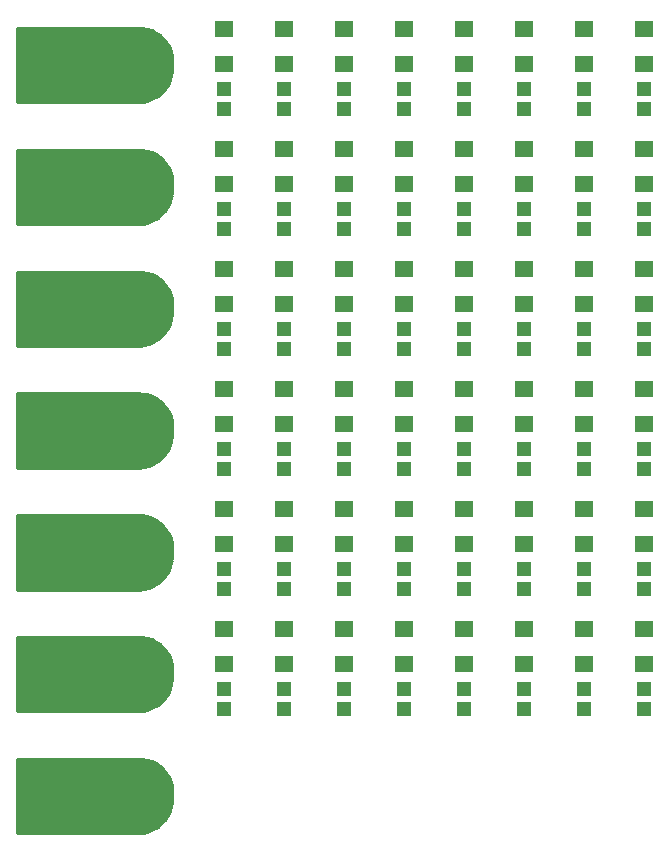
<source format=gts>
G75*
%MOIN*%
%OFA0B0*%
%FSLAX25Y25*%
%IPPOS*%
%LPD*%
%AMOC8*
5,1,8,0,0,1.08239X$1,22.5*
%
%ADD10R,0.06312X0.05524*%
%ADD11R,0.04737X0.05131*%
%ADD12C,0.20800*%
%ADD13C,0.01000*%
D10*
X0210833Y0112428D03*
X0210833Y0124239D03*
X0230833Y0124239D03*
X0230833Y0112428D03*
X0250833Y0112428D03*
X0250833Y0124239D03*
X0270833Y0124239D03*
X0270833Y0112428D03*
X0290833Y0112428D03*
X0290833Y0124239D03*
X0310833Y0124239D03*
X0310833Y0112428D03*
X0330833Y0112428D03*
X0330833Y0124239D03*
X0350833Y0124239D03*
X0350833Y0112428D03*
X0350833Y0152428D03*
X0350833Y0164239D03*
X0330833Y0164239D03*
X0330833Y0152428D03*
X0310833Y0152428D03*
X0310833Y0164239D03*
X0290833Y0164239D03*
X0290833Y0152428D03*
X0270833Y0152428D03*
X0270833Y0164239D03*
X0250833Y0164239D03*
X0250833Y0152428D03*
X0230833Y0152428D03*
X0230833Y0164239D03*
X0210833Y0164239D03*
X0210833Y0152428D03*
X0210833Y0192428D03*
X0210833Y0204239D03*
X0230833Y0204239D03*
X0230833Y0192428D03*
X0250833Y0192428D03*
X0250833Y0204239D03*
X0270833Y0204239D03*
X0270833Y0192428D03*
X0290833Y0192428D03*
X0290833Y0204239D03*
X0310833Y0204239D03*
X0310833Y0192428D03*
X0330833Y0192428D03*
X0330833Y0204239D03*
X0350833Y0204239D03*
X0350833Y0192428D03*
X0350833Y0232428D03*
X0350833Y0244239D03*
X0330833Y0244239D03*
X0330833Y0232428D03*
X0310833Y0232428D03*
X0310833Y0244239D03*
X0290833Y0244239D03*
X0290833Y0232428D03*
X0270833Y0232428D03*
X0270833Y0244239D03*
X0250833Y0244239D03*
X0250833Y0232428D03*
X0230833Y0232428D03*
X0230833Y0244239D03*
X0210833Y0244239D03*
X0210833Y0232428D03*
X0210833Y0272428D03*
X0210833Y0284239D03*
X0230833Y0284239D03*
X0230833Y0272428D03*
X0250833Y0272428D03*
X0250833Y0284239D03*
X0270833Y0284239D03*
X0270833Y0272428D03*
X0290833Y0272428D03*
X0290833Y0284239D03*
X0310833Y0284239D03*
X0310833Y0272428D03*
X0330833Y0272428D03*
X0330833Y0284239D03*
X0350833Y0284239D03*
X0350833Y0272428D03*
X0350833Y0312428D03*
X0350833Y0324239D03*
X0330833Y0324239D03*
X0330833Y0312428D03*
X0310833Y0312428D03*
X0310833Y0324239D03*
X0290833Y0324239D03*
X0290833Y0312428D03*
X0270833Y0312428D03*
X0270833Y0324239D03*
X0250833Y0324239D03*
X0250833Y0312428D03*
X0230833Y0312428D03*
X0230833Y0324239D03*
X0210833Y0324239D03*
X0210833Y0312428D03*
D11*
X0210833Y0304180D03*
X0210833Y0297487D03*
X0230833Y0297487D03*
X0230833Y0304180D03*
X0250833Y0304180D03*
X0250833Y0297487D03*
X0270833Y0297487D03*
X0270833Y0304180D03*
X0290833Y0304180D03*
X0290833Y0297487D03*
X0310833Y0297487D03*
X0310833Y0304180D03*
X0330833Y0304180D03*
X0330833Y0297487D03*
X0350833Y0297487D03*
X0350833Y0304180D03*
X0350833Y0264180D03*
X0350833Y0257487D03*
X0330833Y0257487D03*
X0330833Y0264180D03*
X0310833Y0264180D03*
X0310833Y0257487D03*
X0290833Y0257487D03*
X0290833Y0264180D03*
X0270833Y0264180D03*
X0270833Y0257487D03*
X0250833Y0257487D03*
X0250833Y0264180D03*
X0230833Y0264180D03*
X0230833Y0257487D03*
X0210833Y0257487D03*
X0210833Y0264180D03*
X0210833Y0224180D03*
X0210833Y0217487D03*
X0230833Y0217487D03*
X0230833Y0224180D03*
X0250833Y0224180D03*
X0250833Y0217487D03*
X0270833Y0217487D03*
X0270833Y0224180D03*
X0290833Y0224180D03*
X0290833Y0217487D03*
X0310833Y0217487D03*
X0310833Y0224180D03*
X0330833Y0224180D03*
X0330833Y0217487D03*
X0350833Y0217487D03*
X0350833Y0224180D03*
X0350833Y0184180D03*
X0350833Y0177487D03*
X0330833Y0177487D03*
X0330833Y0184180D03*
X0310833Y0184180D03*
X0310833Y0177487D03*
X0290833Y0177487D03*
X0290833Y0184180D03*
X0270833Y0184180D03*
X0270833Y0177487D03*
X0250833Y0177487D03*
X0250833Y0184180D03*
X0230833Y0184180D03*
X0230833Y0177487D03*
X0210833Y0177487D03*
X0210833Y0184180D03*
X0210833Y0144180D03*
X0210833Y0137487D03*
X0230833Y0137487D03*
X0230833Y0144180D03*
X0250833Y0144180D03*
X0250833Y0137487D03*
X0270833Y0137487D03*
X0270833Y0144180D03*
X0290833Y0144180D03*
X0290833Y0137487D03*
X0310833Y0137487D03*
X0310833Y0144180D03*
X0330833Y0144180D03*
X0330833Y0137487D03*
X0350833Y0137487D03*
X0350833Y0144180D03*
X0350833Y0104180D03*
X0350833Y0097487D03*
X0330833Y0097487D03*
X0330833Y0104180D03*
X0310833Y0104180D03*
X0310833Y0097487D03*
X0290833Y0097487D03*
X0290833Y0104180D03*
X0270833Y0104180D03*
X0270833Y0097487D03*
X0250833Y0097487D03*
X0250833Y0104180D03*
X0230833Y0104180D03*
X0230833Y0097487D03*
X0210833Y0097487D03*
X0210833Y0104180D03*
D12*
X0181283Y0109033D03*
X0158283Y0109033D03*
X0158283Y0068433D03*
X0181283Y0068433D03*
X0181283Y0149633D03*
X0158283Y0149633D03*
X0158283Y0190233D03*
X0181283Y0190233D03*
X0181283Y0230833D03*
X0158283Y0230833D03*
X0158283Y0271433D03*
X0181283Y0271433D03*
X0181283Y0312033D03*
X0158283Y0312033D03*
D13*
X0141883Y0056033D02*
X0182283Y0056033D01*
X0183957Y0056239D01*
X0185583Y0056680D01*
X0187131Y0057349D01*
X0188568Y0058231D01*
X0189864Y0059308D01*
X0190994Y0060559D01*
X0191935Y0061959D01*
X0192666Y0063477D01*
X0193174Y0065085D01*
X0193449Y0066748D01*
X0193483Y0068433D01*
X0193530Y0070033D01*
X0193349Y0071623D01*
X0192945Y0073172D01*
X0192326Y0074648D01*
X0191504Y0076022D01*
X0190497Y0077265D01*
X0189323Y0078353D01*
X0188007Y0079265D01*
X0186576Y0079981D01*
X0185057Y0080487D01*
X0183483Y0080773D01*
X0181883Y0080833D01*
X0141883Y0080833D01*
X0141883Y0056033D01*
X0141883Y0056817D02*
X0185900Y0056817D01*
X0187891Y0057815D02*
X0141883Y0057815D01*
X0141883Y0058814D02*
X0189269Y0058814D01*
X0190319Y0059812D02*
X0141883Y0059812D01*
X0141883Y0060811D02*
X0191163Y0060811D01*
X0191834Y0061810D02*
X0141883Y0061810D01*
X0141883Y0062808D02*
X0192344Y0062808D01*
X0192770Y0063807D02*
X0141883Y0063807D01*
X0141883Y0064805D02*
X0193086Y0064805D01*
X0193293Y0065804D02*
X0141883Y0065804D01*
X0141883Y0066802D02*
X0193450Y0066802D01*
X0193470Y0067801D02*
X0141883Y0067801D01*
X0141883Y0068799D02*
X0193494Y0068799D01*
X0193523Y0069798D02*
X0141883Y0069798D01*
X0141883Y0070796D02*
X0193443Y0070796D01*
X0193304Y0071795D02*
X0141883Y0071795D01*
X0141883Y0072793D02*
X0193044Y0072793D01*
X0192685Y0073792D02*
X0141883Y0073792D01*
X0141883Y0074790D02*
X0192241Y0074790D01*
X0191644Y0075789D02*
X0141883Y0075789D01*
X0141883Y0076787D02*
X0190884Y0076787D01*
X0189935Y0077786D02*
X0141883Y0077786D01*
X0141883Y0078784D02*
X0188701Y0078784D01*
X0186972Y0079783D02*
X0141883Y0079783D01*
X0141883Y0080781D02*
X0183263Y0080781D01*
X0182283Y0096633D02*
X0141883Y0096633D01*
X0141883Y0121433D01*
X0181883Y0121433D01*
X0183483Y0121373D01*
X0185057Y0121087D01*
X0186576Y0120581D01*
X0188007Y0119865D01*
X0189323Y0118953D01*
X0190497Y0117865D01*
X0191504Y0116622D01*
X0192326Y0115248D01*
X0192945Y0113772D01*
X0193349Y0112223D01*
X0193530Y0110633D01*
X0193483Y0109033D01*
X0193449Y0107348D01*
X0193174Y0105685D01*
X0192666Y0104077D01*
X0191935Y0102559D01*
X0190994Y0101159D01*
X0189864Y0099908D01*
X0188568Y0098831D01*
X0187131Y0097949D01*
X0185583Y0097280D01*
X0183957Y0096839D01*
X0182283Y0096633D01*
X0183294Y0096757D02*
X0141883Y0096757D01*
X0141883Y0097756D02*
X0186684Y0097756D01*
X0188443Y0098754D02*
X0141883Y0098754D01*
X0141883Y0099753D02*
X0189677Y0099753D01*
X0190626Y0100751D02*
X0141883Y0100751D01*
X0141883Y0101750D02*
X0191391Y0101750D01*
X0192026Y0102748D02*
X0141883Y0102748D01*
X0141883Y0103747D02*
X0192507Y0103747D01*
X0192878Y0104745D02*
X0141883Y0104745D01*
X0141883Y0105744D02*
X0193184Y0105744D01*
X0193349Y0106743D02*
X0141883Y0106743D01*
X0141883Y0107741D02*
X0193457Y0107741D01*
X0193477Y0108740D02*
X0141883Y0108740D01*
X0141883Y0109738D02*
X0193504Y0109738D01*
X0193518Y0110737D02*
X0141883Y0110737D01*
X0141883Y0111735D02*
X0193404Y0111735D01*
X0193216Y0112734D02*
X0141883Y0112734D01*
X0141883Y0113732D02*
X0192956Y0113732D01*
X0192543Y0114731D02*
X0141883Y0114731D01*
X0141883Y0115729D02*
X0192038Y0115729D01*
X0191419Y0116728D02*
X0141883Y0116728D01*
X0141883Y0117726D02*
X0190609Y0117726D01*
X0189570Y0118725D02*
X0141883Y0118725D01*
X0141883Y0119723D02*
X0188212Y0119723D01*
X0186153Y0120722D02*
X0141883Y0120722D01*
X0141883Y0137233D02*
X0182283Y0137233D01*
X0183957Y0137439D01*
X0185583Y0137880D01*
X0187131Y0138549D01*
X0188568Y0139431D01*
X0189864Y0140508D01*
X0190994Y0141759D01*
X0191935Y0143159D01*
X0192666Y0144677D01*
X0193174Y0146285D01*
X0193449Y0147948D01*
X0193483Y0149633D01*
X0193530Y0151233D01*
X0193349Y0152823D01*
X0192945Y0154372D01*
X0192326Y0155848D01*
X0191504Y0157222D01*
X0190497Y0158465D01*
X0189323Y0159553D01*
X0188007Y0160465D01*
X0186576Y0161181D01*
X0185057Y0161687D01*
X0183483Y0161973D01*
X0181883Y0162033D01*
X0141883Y0162033D01*
X0141883Y0137233D01*
X0141883Y0137696D02*
X0184906Y0137696D01*
X0187369Y0138695D02*
X0141883Y0138695D01*
X0141883Y0139693D02*
X0188883Y0139693D01*
X0190030Y0140692D02*
X0141883Y0140692D01*
X0141883Y0141690D02*
X0190932Y0141690D01*
X0191619Y0142689D02*
X0141883Y0142689D01*
X0141883Y0143687D02*
X0192189Y0143687D01*
X0192669Y0144686D02*
X0141883Y0144686D01*
X0141883Y0145684D02*
X0192985Y0145684D01*
X0193240Y0146683D02*
X0141883Y0146683D01*
X0141883Y0147681D02*
X0193405Y0147681D01*
X0193464Y0148680D02*
X0141883Y0148680D01*
X0141883Y0149679D02*
X0193485Y0149679D01*
X0193513Y0150677D02*
X0141883Y0150677D01*
X0141883Y0151676D02*
X0193479Y0151676D01*
X0193366Y0152674D02*
X0141883Y0152674D01*
X0141883Y0153673D02*
X0193128Y0153673D01*
X0192820Y0154671D02*
X0141883Y0154671D01*
X0141883Y0155670D02*
X0192401Y0155670D01*
X0191836Y0156668D02*
X0141883Y0156668D01*
X0141883Y0157667D02*
X0191144Y0157667D01*
X0190281Y0158665D02*
X0141883Y0158665D01*
X0141883Y0159664D02*
X0189164Y0159664D01*
X0187613Y0160662D02*
X0141883Y0160662D01*
X0141883Y0161661D02*
X0185136Y0161661D01*
X0183957Y0178039D02*
X0182283Y0177833D01*
X0141883Y0177833D01*
X0141883Y0202633D01*
X0181883Y0202633D01*
X0183483Y0202573D01*
X0185057Y0202287D01*
X0186576Y0201781D01*
X0188007Y0201065D01*
X0189323Y0200153D01*
X0190497Y0199065D01*
X0191504Y0197822D01*
X0192326Y0196448D01*
X0192945Y0194972D01*
X0193349Y0193423D01*
X0193530Y0191833D01*
X0193483Y0190233D01*
X0193449Y0188548D01*
X0193174Y0186885D01*
X0192666Y0185277D01*
X0191935Y0183759D01*
X0190994Y0182359D01*
X0189864Y0181108D01*
X0188568Y0180031D01*
X0187131Y0179149D01*
X0185583Y0178480D01*
X0183957Y0178039D01*
X0185942Y0178635D02*
X0141883Y0178635D01*
X0141883Y0179634D02*
X0187921Y0179634D01*
X0189291Y0180632D02*
X0141883Y0180632D01*
X0141883Y0181631D02*
X0190336Y0181631D01*
X0191176Y0182629D02*
X0141883Y0182629D01*
X0141883Y0183628D02*
X0191847Y0183628D01*
X0192353Y0184626D02*
X0141883Y0184626D01*
X0141883Y0185625D02*
X0192776Y0185625D01*
X0193092Y0186623D02*
X0141883Y0186623D01*
X0141883Y0187622D02*
X0193296Y0187622D01*
X0193450Y0188620D02*
X0141883Y0188620D01*
X0141883Y0189619D02*
X0193471Y0189619D01*
X0193494Y0190617D02*
X0141883Y0190617D01*
X0141883Y0191616D02*
X0193523Y0191616D01*
X0193441Y0192614D02*
X0141883Y0192614D01*
X0141883Y0193613D02*
X0193299Y0193613D01*
X0193039Y0194612D02*
X0141883Y0194612D01*
X0141883Y0195610D02*
X0192678Y0195610D01*
X0192230Y0196609D02*
X0141883Y0196609D01*
X0141883Y0197607D02*
X0191633Y0197607D01*
X0190869Y0198606D02*
X0141883Y0198606D01*
X0141883Y0199604D02*
X0189916Y0199604D01*
X0188675Y0200603D02*
X0141883Y0200603D01*
X0141883Y0201601D02*
X0186935Y0201601D01*
X0182776Y0202600D02*
X0141883Y0202600D01*
X0141883Y0218433D02*
X0182283Y0218433D01*
X0183957Y0218639D01*
X0185583Y0219080D01*
X0187131Y0219749D01*
X0188568Y0220631D01*
X0189864Y0221708D01*
X0190994Y0222959D01*
X0191935Y0224359D01*
X0192666Y0225877D01*
X0193174Y0227485D01*
X0193449Y0229148D01*
X0193483Y0230833D01*
X0193530Y0232433D01*
X0193349Y0234023D01*
X0192945Y0235572D01*
X0192326Y0237048D01*
X0191504Y0238422D01*
X0190497Y0239665D01*
X0189323Y0240753D01*
X0188007Y0241665D01*
X0186576Y0242381D01*
X0185057Y0242887D01*
X0183483Y0243173D01*
X0181883Y0243233D01*
X0141883Y0243233D01*
X0141883Y0218433D01*
X0141883Y0218576D02*
X0183443Y0218576D01*
X0186727Y0219574D02*
X0141883Y0219574D01*
X0141883Y0220573D02*
X0188473Y0220573D01*
X0189699Y0221571D02*
X0141883Y0221571D01*
X0141883Y0222570D02*
X0190642Y0222570D01*
X0191403Y0223568D02*
X0141883Y0223568D01*
X0141883Y0224567D02*
X0192035Y0224567D01*
X0192516Y0225565D02*
X0141883Y0225565D01*
X0141883Y0226564D02*
X0192883Y0226564D01*
X0193187Y0227562D02*
X0141883Y0227562D01*
X0141883Y0228561D02*
X0193352Y0228561D01*
X0193457Y0229559D02*
X0141883Y0229559D01*
X0141883Y0230558D02*
X0193478Y0230558D01*
X0193504Y0231556D02*
X0141883Y0231556D01*
X0141883Y0232555D02*
X0193516Y0232555D01*
X0193402Y0233553D02*
X0141883Y0233553D01*
X0141883Y0234552D02*
X0193211Y0234552D01*
X0192951Y0235550D02*
X0141883Y0235550D01*
X0141883Y0236549D02*
X0192535Y0236549D01*
X0192027Y0237548D02*
X0141883Y0237548D01*
X0141883Y0238546D02*
X0191404Y0238546D01*
X0190594Y0239545D02*
X0141883Y0239545D01*
X0141883Y0240543D02*
X0189550Y0240543D01*
X0188185Y0241542D02*
X0141883Y0241542D01*
X0141883Y0242540D02*
X0186098Y0242540D01*
X0183957Y0259239D02*
X0182283Y0259033D01*
X0141883Y0259033D01*
X0141883Y0283833D01*
X0181883Y0283833D01*
X0183483Y0283773D01*
X0185057Y0283487D01*
X0186576Y0282981D01*
X0188007Y0282265D01*
X0189323Y0281353D01*
X0190497Y0280265D01*
X0191504Y0279022D01*
X0192326Y0277648D01*
X0192945Y0276172D01*
X0193349Y0274623D01*
X0193530Y0273033D01*
X0193483Y0271433D01*
X0193449Y0269748D01*
X0193174Y0268085D01*
X0192666Y0266477D01*
X0191935Y0264959D01*
X0190994Y0263559D01*
X0189864Y0262308D01*
X0188568Y0261231D01*
X0187131Y0260349D01*
X0185583Y0259680D01*
X0183957Y0259239D01*
X0184973Y0259515D02*
X0141883Y0259515D01*
X0141883Y0260513D02*
X0187399Y0260513D01*
X0188906Y0261512D02*
X0141883Y0261512D01*
X0141883Y0262510D02*
X0190046Y0262510D01*
X0190948Y0263509D02*
X0141883Y0263509D01*
X0141883Y0264507D02*
X0191631Y0264507D01*
X0192198Y0265506D02*
X0141883Y0265506D01*
X0141883Y0266504D02*
X0192675Y0266504D01*
X0192990Y0267503D02*
X0141883Y0267503D01*
X0141883Y0268501D02*
X0193243Y0268501D01*
X0193408Y0269500D02*
X0141883Y0269500D01*
X0141883Y0270498D02*
X0193464Y0270498D01*
X0193485Y0271497D02*
X0141883Y0271497D01*
X0141883Y0272495D02*
X0193514Y0272495D01*
X0193477Y0273494D02*
X0141883Y0273494D01*
X0141883Y0274492D02*
X0193364Y0274492D01*
X0193123Y0275491D02*
X0141883Y0275491D01*
X0141883Y0276489D02*
X0192812Y0276489D01*
X0192393Y0277488D02*
X0141883Y0277488D01*
X0141883Y0278486D02*
X0191825Y0278486D01*
X0191129Y0279485D02*
X0141883Y0279485D01*
X0141883Y0280483D02*
X0190261Y0280483D01*
X0189138Y0281482D02*
X0141883Y0281482D01*
X0141883Y0282481D02*
X0187576Y0282481D01*
X0185081Y0283479D02*
X0141883Y0283479D01*
X0141883Y0299633D02*
X0182283Y0299633D01*
X0183957Y0299839D01*
X0185583Y0300280D01*
X0187131Y0300949D01*
X0188568Y0301831D01*
X0189864Y0302908D01*
X0190994Y0304159D01*
X0191935Y0305559D01*
X0192666Y0307077D01*
X0193174Y0308685D01*
X0193449Y0310348D01*
X0193483Y0312033D01*
X0193530Y0313633D01*
X0193349Y0315223D01*
X0192945Y0316772D01*
X0192326Y0318248D01*
X0191504Y0319622D01*
X0190497Y0320865D01*
X0189323Y0321953D01*
X0188007Y0322865D01*
X0186576Y0323581D01*
X0185057Y0324087D01*
X0183483Y0324373D01*
X0181883Y0324433D01*
X0141883Y0324433D01*
X0141883Y0299633D01*
X0141883Y0300454D02*
X0185985Y0300454D01*
X0187951Y0301452D02*
X0141883Y0301452D01*
X0141883Y0302451D02*
X0189313Y0302451D01*
X0190353Y0303449D02*
X0141883Y0303449D01*
X0141883Y0304448D02*
X0191188Y0304448D01*
X0191859Y0305446D02*
X0141883Y0305446D01*
X0141883Y0306445D02*
X0192362Y0306445D01*
X0192782Y0307443D02*
X0141883Y0307443D01*
X0141883Y0308442D02*
X0193098Y0308442D01*
X0193299Y0309440D02*
X0141883Y0309440D01*
X0141883Y0310439D02*
X0193450Y0310439D01*
X0193471Y0311437D02*
X0141883Y0311437D01*
X0141883Y0312436D02*
X0193495Y0312436D01*
X0193524Y0313434D02*
X0141883Y0313434D01*
X0141883Y0314433D02*
X0193439Y0314433D01*
X0193295Y0315431D02*
X0141883Y0315431D01*
X0141883Y0316430D02*
X0193034Y0316430D01*
X0192670Y0317428D02*
X0141883Y0317428D01*
X0141883Y0318427D02*
X0192219Y0318427D01*
X0191622Y0319425D02*
X0141883Y0319425D01*
X0141883Y0320424D02*
X0190854Y0320424D01*
X0189896Y0321422D02*
X0141883Y0321422D01*
X0141883Y0322421D02*
X0188648Y0322421D01*
X0186898Y0323419D02*
X0141883Y0323419D01*
X0141883Y0324418D02*
X0182290Y0324418D01*
M02*

</source>
